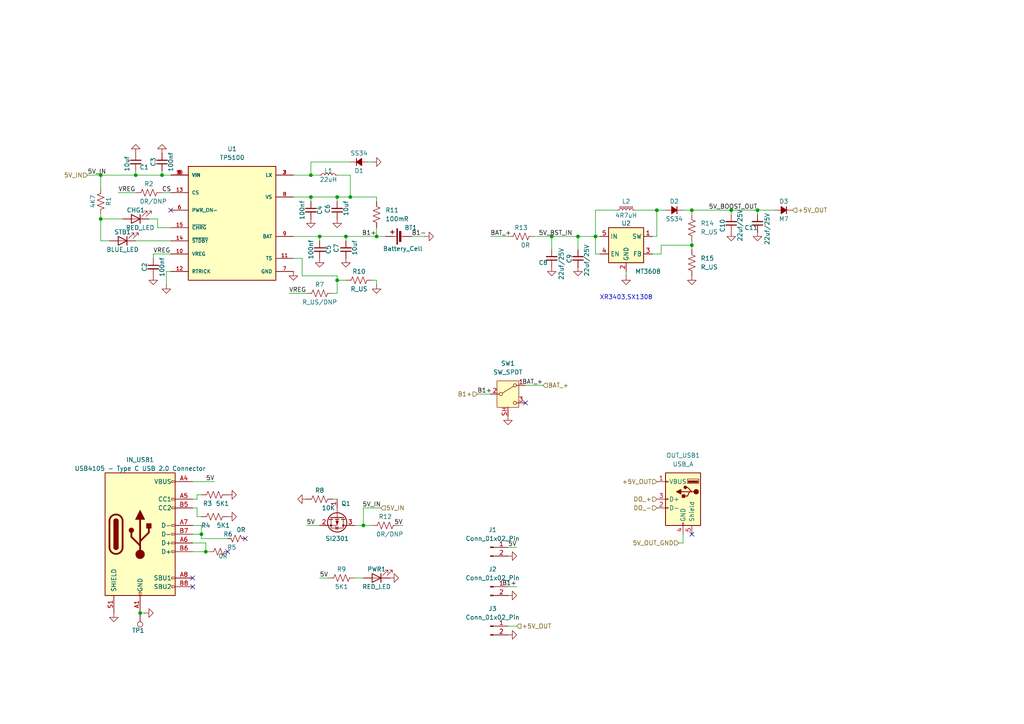
<source format=kicad_sch>
(kicad_sch (version 20250114) (generator "eeschema") (generator_version "9.0")
  (paper "A4")
  (lib_symbols
    (symbol "Battery_Holder:Battery_Cell" (pin_numbers (hide yes)) (pin_names (offset 0) (hide yes))
      (property "Reference" "BT" (at 2.54 2.54 0))
      (property "Value" "Battery_Cell" (at 2.54 0 0))
      (symbol "Battery_Cell_1_1"
        (pin passive line (at 0 5.08 270) (length 2.54) (name "+") (number "+"))
        (pin passive line (at 0 -2.54 90) (length 2.54) (name "-") (number "-"))
      )
    )
    (symbol "Connector:Conn_01x02_Pin" (pin_names (offset 1.016) (hide yes))
      (property "Reference" "J" (at 0 2.54 0))
      (property "Value" "Conn_01x02_Pin" (at 0 -5.08 0))
      (symbol "Conn_01x02_Pin_1_1"
        (pin passive line (at 5.08 0 180) (length 3.81) (name "Pin_1") (number "1"))
        (pin passive line (at 5.08 -2.54 180) (length 3.81) (name "Pin_2") (number "2"))
      )
    )
    (symbol "Connector:TestPoint" (pin_numbers (hide yes)) (pin_names (offset 0.762) (hide yes))
      (property "Reference" "TP" (at 0 6.858 0))
      (property "Value" "TestPoint" (at 0 5.08 0))
      (symbol "TestPoint_1_1"
        (pin passive line (at 0 0 90) (length 2.54) (name "1") (number "1"))
      )
    )
    (symbol "Connector:USB_A" (pin_names (offset 1.016))
      (property "Reference" "J" (at -5.08 11.43 0))
      (property "Value" "USB_A" (at -5.08 8.89 0))
      (symbol "USB_A_1_1"
        (pin passive line (at -2.54 -10.16 90) (length 2.54) (name "Shield") (number "5"))
        (pin power_in line (at 0 -10.16 90) (length 2.54) (name "GND") (number "4"))
        (pin power_in line (at 7.62 5.08 180) (length 2.54) (name "VBUS") (number "1"))
        (pin bidirectional line (at 7.62 0 180) (length 2.54) (name "D+") (number "3"))
        (pin bidirectional line (at 7.62 -2.54 180) (length 2.54) (name "D-") (number "2"))
      )
    )
    (symbol "Connector:USB_C_Receptacle_USB2.0_16P" (pin_names (offset 1.016))
      (property "Reference" "J" (at 0 22.225 0))
      (property "Value" "USB_C_Receptacle_USB2.0_16P" (at 0 19.685 0))
      (symbol "USB_C_Receptacle_USB2.0_16P_1_1"
        (pin passive line (at -7.62 -22.86 90) (length 5.08) (name "SHIELD") (number "S1"))
        (pin passive line (at 0 -22.86 90) (length 5.08) (name "GND") (number "A1"))
        (pin passive line (at 0 -22.86 90) (length 5.08) (hide yes) (name "GND") (number "A12"))
        (pin passive line (at 0 -22.86 90) (length 5.08) (hide yes) (name "GND") (number "B1"))
        (pin passive line (at 0 -22.86 90) (length 5.08) (hide yes) (name "GND") (number "B12"))
        (pin passive line (at 15.24 15.24 180) (length 5.08) (name "VBUS") (number "A4"))
        (pin passive line (at 15.24 15.24 180) (length 5.08) (hide yes) (name "VBUS") (number "A9"))
        (pin passive line (at 15.24 15.24 180) (length 5.08) (hide yes) (name "VBUS") (number "B4"))
        (pin passive line (at 15.24 15.24 180) (length 5.08) (hide yes) (name "VBUS") (number "B9"))
        (pin bidirectional line (at 15.24 10.16 180) (length 5.08) (name "CC1") (number "A5"))
        (pin bidirectional line (at 15.24 7.62 180) (length 5.08) (name "CC2") (number "B5"))
        (pin bidirectional line (at 15.24 2.54 180) (length 5.08) (name "D-") (number "A7"))
        (pin bidirectional line (at 15.24 0 180) (length 5.08) (name "D-") (number "B7"))
        (pin bidirectional line (at 15.24 -2.54 180) (length 5.08) (name "D+") (number "A6"))
        (pin bidirectional line (at 15.24 -5.08 180) (length 5.08) (name "D+") (number "B6"))
        (pin bidirectional line (at 15.24 -12.7 180) (length 5.08) (name "SBU1") (number "A8"))
        (pin bidirectional line (at 15.24 -15.24 180) (length 5.08) (name "SBU2") (number "B8"))
      )
    )
    (symbol "Device:C_Small" (pin_numbers (hide yes)) (pin_names (offset 0.254) (hide yes))
      (property "Reference" "C" (at 0.254 1.778 0))
      (property "Value" "C_Small" (at 0.254 -2.032 0))
      (symbol "C_Small_1_1"
        (pin passive line (at 0 2.54 270) (length 2.032) (name "~") (number "1"))
        (pin passive line (at 0 -2.54 90) (length 2.032) (name "~") (number "2"))
      )
    )
    (symbol "Device:D_Small_Filled" (pin_numbers (hide yes)) (pin_names (offset 0.254) (hide yes))
      (property "Reference" "D" (at -1.27 2.032 0))
      (property "Value" "D_Small_Filled" (at -3.81 -2.032 0))
      (symbol "D_Small_Filled_1_1"
        (pin passive line (at -2.54 0 0) (length 1.778) (name "K") (number "1"))
        (pin passive line (at 2.54 0 180) (length 1.778) (name "A") (number "2"))
      )
    )
    (symbol "Device:LED" (pin_numbers (hide yes)) (pin_names (offset 1.016) (hide yes))
      (property "Reference" "D" (at 0 2.54 0))
      (property "Value" "LED" (at 0 -2.54 0))
      (symbol "LED_1_1"
        (pin passive line (at -3.81 0 0) (length 2.54) (name "K") (number "1"))
        (pin passive line (at 3.81 0 180) (length 2.54) (name "A") (number "2"))
      )
    )
    (symbol "Device:L_Ferrite_Small" (pin_numbers (hide yes)) (pin_names (offset 0.254) (hide yes))
      (property "Reference" "L" (at 1.27 1.016 0))
      (property "Value" "L_Ferrite_Small" (at 1.27 -1.27 0))
      (symbol "L_Ferrite_Small_1_1"
        (pin passive line (at 0 2.54 270) (length 0.508) (name "~") (number "1"))
        (pin passive line (at 0 -2.54 90) (length 0.508) (name "~") (number "2"))
      )
    )
    (symbol "Device:L_Small" (pin_numbers (hide yes)) (pin_names (offset 0.254) (hide yes))
      (property "Reference" "L" (at 0.762 1.016 0))
      (property "Value" "L_Small" (at 0.762 -1.016 0))
      (symbol "L_Small_1_1"
        (pin passive line (at 0 2.54 270) (length 0.508) (name "~") (number "1"))
        (pin passive line (at 0 -2.54 90) (length 0.508) (name "~") (number "2"))
      )
    )
    (symbol "Device:R_US" (pin_numbers (hide yes)) (pin_names (offset 0))
      (property "Reference" "R" (at 2.54 0 90))
      (property "Value" "R_US" (at -2.54 0 90))
      (symbol "R_US_1_1"
        (pin passive line (at 0 3.81 270) (length 1.27) (name "~") (number "1"))
        (pin passive line (at 0 -3.81 90) (length 1.27) (name "~") (number "2"))
      )
    )
    (symbol "Mosfet:P-Channel_sot_23" (pin_names (hide yes))
      (property "Reference" "Q" (at 5.08 1.905 0))
      (property "Value" "P-Channel_sot_23" (at 5.08 0 0))
      (symbol "P-Channel_sot_23_1_1"
        (pin input line (at -5.08 0 0) (length 2.54) (name "G") (number "1"))
        (pin passive line (at 2.54 5.08 270) (length 2.54) (name "D") (number "3"))
        (pin passive line (at 2.54 -5.08 90) (length 2.54) (name "S") (number "2"))
      )
    )
    (symbol "RGB_5050:R_Small_US" (pin_numbers (hide yes)) (pin_names (offset 0.254) (hide yes))
      (property "Reference" "R" (at 0.762 0.508 0))
      (property "Value" "R_Small_US" (at 0.762 -1.016 0))
      (symbol "R_Small_US_1_1"
        (pin passive line (at 0 2.54 270) (length 1.016) (name "~") (number "1"))
        (pin passive line (at 0 -2.54 90) (length 1.016) (name "~") (number "2"))
      )
    )
    (symbol "RGB_5050:R_US" (pin_numbers (hide yes)) (pin_names (offset 0))
      (property "Reference" "R" (at 2.54 0 90))
      (property "Value" "R_US" (at -2.54 0 90))
      (symbol "R_US_1_1"
        (pin passive line (at 0 3.81 270) (length 1.27) (name "~") (number "1"))
        (pin passive line (at 0 -3.81 90) (length 1.27) (name "~") (number "2"))
      )
    )
    (symbol "Regulator_Switching:MT3608"
      (property "Reference" "U" (at -2.54 8.89 0))
      (property "Value" "MT3608" (at -3.81 6.35 0))
      (symbol "MT3608_1_1"
        (pin power_in line (at -7.62 2.54 0) (length 2.54) (name "IN") (number "5"))
        (pin input line (at -7.62 -2.54 0) (length 2.54) (name "EN") (number "4"))
        (pin power_in line (at 0 -7.62 90) (length 2.54) (name "GND") (number "2"))
        (pin no_connect line (at 5.08 0 180) (length 2.54) (hide yes) (name "NC") (number "6"))
        (pin passive line (at 7.62 2.54 180) (length 2.54) (name "SW") (number "1"))
        (pin input line (at 7.62 -2.54 180) (length 2.54) (name "FB") (number "3"))
      )
    )
    (symbol "Switch:SW_SPDT" (pin_names (offset 0) (hide yes))
      (property "Reference" "SW2" (at 0 8.89 0))
      (property "Value" "SW_SPDT" (at 0 6.35 0))
      (symbol "SW_SPDT_1_1"
        (pin passive line (at -5.08 0 0) (length 2.54) (name "B") (number "2"))
        (pin passive line (at 0 -6.35 90) (length 2.54) (name "SH") (number "SH"))
        (pin passive line (at 5.08 2.54 180) (length 2.54) (name "A") (number "1"))
        (pin passive line (at 5.08 -2.54 180) (length 2.54) (name "C") (number "3"))
      )
    )
    (symbol "TP5100:TP5100" (pin_names (offset 1.016))
      (property "Reference" "U" (at -12.7 15.748 0))
      (property "Value" "TP5100" (at -12.7 -20.32 0))
      (symbol "TP5100_0_0"
        (pin input line (at -17.78 12.7 0) (length 5.08) (name "VIN") (number "1"))
        (pin input line (at -17.78 12.7 0) (length 5.08) (name "VIN") (number "16"))
        (pin input line (at -17.78 12.7 0) (length 5.08) (name "VIN") (number "4"))
        (pin input line (at -17.78 12.7 0) (length 5.08) (name "VIN") (number "5"))
        (pin input line (at -17.78 7.62 0) (length 5.08) (name "CS") (number "13"))
        (pin input line (at -17.78 2.54 0) (length 5.08) (name "PWR_ON-") (number "6"))
        (pin output line (at -17.78 -2.54 0) (length 5.08) (name "~{CHRG}") (number "15"))
        (pin output line (at -17.78 -6.35 0) (length 5.08) (name "~{STDBY}") (number "14"))
        (pin passive line (at -17.78 -10.16 0) (length 5.08) (name "VREG") (number "10"))
        (pin passive line (at -17.78 -15.24 0) (length 5.08) (name "RTRICK") (number "12"))
        (pin output line (at 17.78 12.7 180) (length 5.08) (name "LX") (number "2"))
        (pin output line (at 17.78 12.7 180) (length 5.08) (name "LX") (number "3"))
        (pin output line (at 17.78 6.35 180) (length 5.08) (name "VS") (number "8"))
        (pin output line (at 17.78 -5.08 180) (length 5.08) (name "BAT") (number "9"))
        (pin passive line (at 17.78 -11.43 180) (length 5.08) (name "TS") (number "11"))
        (pin power_in line (at 17.78 -15.24 180) (length 5.08) (name "GND") (number "7"))
      )
      (symbol "TP5100_1_0"
        (pin passive line (at 17.78 -15.24 180) (length 5.08) (hide yes) (name "EXP") (number "17"))
      )
    )
    (symbol "power:GND" (power) (pin_numbers (hide yes)) (pin_names (offset 0) (hide yes))
      (property "Value" "GND" (at 0 -3.81 0))
      (symbol "GND_1_1"
        (pin power_in line (at 0 0 270) (length 0) (name "~") (number "1"))
      )
    )
  )
  (text "XR3403,SX1308" (at 181.61 86.36 0) (effects (font (size 1.27 1.27))))
  (junction (at 40.64 177.8))
  (junction (at 219.71 60.96))
  (junction (at 39.37 50.8))
  (junction (at 92.71 68.58))
  (junction (at 58.42 154.94))
  (junction (at 59.69 160.02))
  (junction (at 200.66 60.96))
  (junction (at 46.99 50.8))
  (junction (at 105.41 152.4))
  (junction (at 97.79 57.15))
  (junction (at 90.17 50.8))
  (junction (at 29.21 63.5))
  (junction (at 167.64 68.58))
  (junction (at 29.21 50.8))
  (junction (at 160.02 68.58))
  (junction (at 97.79 81.28))
  (junction (at 90.17 57.15))
  (junction (at 212.09 60.96))
  (junction (at 109.22 68.58))
  (junction (at 172.72 68.58))
  (junction (at 200.66 71.12))
  (junction (at 190.5 60.96))
  (junction (at 100.33 68.58))
  (junction (at 101.6 57.15))
  (no_connect (at 55.88 167.64))
  (no_connect (at 66.04 160.02))
  (no_connect (at 49.53 60.96))
  (no_connect (at 71.12 156.21))
  (no_connect (at 200.66 154.94))
  (no_connect (at 152.4 116.84))
  (no_connect (at 55.88 170.18))
  (wire (pts (xy 219.71 60.96) (xy 224.79 60.96)))
  (wire (pts (xy 101.6 50.8) (xy 97.79 50.8)))
  (wire (pts (xy 90.17 57.15) (xy 90.17 58.42)))
  (wire (pts (xy 149.86 170.18) (xy 147.32 170.18)))
  (wire (pts (xy 109.22 66.04) (xy 109.22 68.58)))
  (wire (pts (xy 46.99 55.88) (xy 49.53 55.88)))
  (wire (pts (xy 85.09 57.15) (xy 90.17 57.15)))
  (wire (pts (xy 97.79 57.15) (xy 97.79 58.42)))
  (wire (pts (xy 58.42 152.4) (xy 58.42 154.94)))
  (wire (pts (xy 191.77 71.12) (xy 200.66 71.12)))
  (wire (pts (xy 29.21 63.5) (xy 35.56 63.5)))
  (wire (pts (xy 83.82 85.09) (xy 88.9 85.09)))
  (wire (pts (xy 90.17 46.99) (xy 101.6 46.99)))
  (wire (pts (xy 39.37 49.53) (xy 39.37 50.8)))
  (wire (pts (xy 105.41 152.4) (xy 107.95 152.4)))
  (wire (pts (xy 200.66 71.12) (xy 200.66 72.39)))
  (wire (pts (xy 34.29 55.88) (xy 39.37 55.88)))
  (wire (pts (xy 100.33 68.58) (xy 109.22 68.58)))
  (wire (pts (xy 57.15 149.86) (xy 58.42 149.86)))
  (wire (pts (xy 109.22 82.55) (xy 109.22 81.28)))
  (wire (pts (xy 198.12 60.96) (xy 200.66 60.96)))
  (wire (pts (xy 90.17 50.8) (xy 92.71 50.8)))
  (wire (pts (xy 167.64 68.58) (xy 167.64 72.39)))
  (wire (pts (xy 55.88 139.7) (xy 62.23 139.7)))
  (wire (pts (xy 85.09 68.58) (xy 92.71 68.58)))
  (wire (pts (xy 87.63 80.01) (xy 97.79 80.01)))
  (wire (pts (xy 160.02 68.58) (xy 167.64 68.58)))
  (wire (pts (xy 90.17 46.99) (xy 90.17 50.8)))
  (wire (pts (xy 39.37 50.8) (xy 46.99 50.8)))
  (wire (pts (xy 105.41 152.4) (xy 102.87 152.4)))
  (wire (pts (xy 109.22 57.15) (xy 101.6 57.15)))
  (wire (pts (xy 219.71 60.96) (xy 219.71 62.23)))
  (wire (pts (xy 44.45 73.66) (xy 44.45 74.93)))
  (wire (pts (xy 57.15 147.32) (xy 57.15 149.86)))
  (wire (pts (xy 191.77 73.66) (xy 191.77 71.12)))
  (wire (pts (xy 105.41 167.64) (xy 102.87 167.64)))
  (wire (pts (xy 48.26 78.74) (xy 49.53 78.74)))
  (wire (pts (xy 212.09 60.96) (xy 212.09 62.23)))
  (wire (pts (xy 107.95 81.28) (xy 109.22 81.28)))
  (wire (pts (xy 149.86 158.75) (xy 147.32 158.75)))
  (wire (pts (xy 46.99 50.8) (xy 49.53 50.8)))
  (wire (pts (xy 85.09 50.8) (xy 90.17 50.8)))
  (wire (pts (xy 152.4 111.76) (xy 157.48 111.76)))
  (wire (pts (xy 200.66 62.23) (xy 200.66 60.96)))
  (wire (pts (xy 25.4 50.8) (xy 29.21 50.8)))
  (wire (pts (xy 55.88 152.4) (xy 58.42 152.4)))
  (wire (pts (xy 29.21 63.5) (xy 29.21 62.23)))
  (wire (pts (xy 29.21 69.85) (xy 29.21 63.5)))
  (wire (pts (xy 142.24 68.58) (xy 147.32 68.58)))
  (wire (pts (xy 58.42 154.94) (xy 58.42 156.21)))
  (wire (pts (xy 184.15 60.96) (xy 190.5 60.96)))
  (wire (pts (xy 198.12 154.94) (xy 198.12 157.48)))
  (wire (pts (xy 172.72 73.66) (xy 172.72 68.58)))
  (wire (pts (xy 123.19 68.58) (xy 119.38 68.58)))
  (wire (pts (xy 200.66 60.96) (xy 212.09 60.96)))
  (wire (pts (xy 105.41 147.32) (xy 105.41 152.4)))
  (wire (pts (xy 189.23 68.58) (xy 190.5 68.58)))
  (wire (pts (xy 138.43 114.3) (xy 142.24 114.3)))
  (wire (pts (xy 172.72 60.96) (xy 172.72 68.58)))
  (wire (pts (xy 92.71 167.64) (xy 95.25 167.64)))
  (wire (pts (xy 43.18 63.5) (xy 45.72 63.5)))
  (wire (pts (xy 172.72 68.58) (xy 173.99 68.58)))
  (wire (pts (xy 97.79 85.09) (xy 96.52 85.09)))
  (wire (pts (xy 190.5 60.96) (xy 193.04 60.96)))
  (wire (pts (xy 87.63 74.93) (xy 87.63 80.01)))
  (wire (pts (xy 189.23 73.66) (xy 191.77 73.66)))
  (wire (pts (xy 167.64 68.58) (xy 172.72 68.58)))
  (wire (pts (xy 57.15 144.78) (xy 57.15 143.51)))
  (wire (pts (xy 55.88 160.02) (xy 59.69 160.02)))
  (wire (pts (xy 39.37 69.85) (xy 49.53 69.85)))
  (wire (pts (xy 107.95 46.99) (xy 106.68 46.99)))
  (wire (pts (xy 109.22 58.42) (xy 109.22 57.15)))
  (wire (pts (xy 88.9 152.4) (xy 92.71 152.4)))
  (wire (pts (xy 29.21 50.8) (xy 39.37 50.8)))
  (wire (pts (xy 41.91 177.8) (xy 40.64 177.8)))
  (wire (pts (xy 57.15 143.51) (xy 58.42 143.51)))
  (wire (pts (xy 100.33 81.28) (xy 97.79 81.28)))
  (wire (pts (xy 160.02 68.58) (xy 160.02 72.39)))
  (wire (pts (xy 190.5 68.58) (xy 190.5 60.96)))
  (wire (pts (xy 85.09 74.93) (xy 87.63 74.93)))
  (wire (pts (xy 59.69 160.02) (xy 60.96 160.02)))
  (wire (pts (xy 96.52 144.78) (xy 97.79 144.78)))
  (wire (pts (xy 109.22 68.58) (xy 111.76 68.58)))
  (wire (pts (xy 212.09 60.96) (xy 219.71 60.96)))
  (wire (pts (xy 55.88 157.48) (xy 59.69 157.48)))
  (wire (pts (xy 198.12 157.48) (xy 196.85 157.48)))
  (wire (pts (xy 105.41 147.32) (xy 110.49 147.32)))
  (wire (pts (xy 97.79 57.15) (xy 101.6 57.15)))
  (wire (pts (xy 44.45 73.66) (xy 49.53 73.66)))
  (wire (pts (xy 46.99 49.53) (xy 46.99 50.8)))
  (wire (pts (xy 179.07 60.96) (xy 172.72 60.96)))
  (wire (pts (xy 97.79 81.28) (xy 97.79 85.09)))
  (wire (pts (xy 100.33 68.58) (xy 100.33 69.85)))
  (wire (pts (xy 55.88 154.94) (xy 58.42 154.94)))
  (wire (pts (xy 200.66 69.85) (xy 200.66 71.12)))
  (wire (pts (xy 92.71 68.58) (xy 100.33 68.58)))
  (wire (pts (xy 31.75 69.85) (xy 29.21 69.85)))
  (wire (pts (xy 90.17 57.15) (xy 97.79 57.15)))
  (wire (pts (xy 97.79 80.01) (xy 97.79 81.28)))
  (wire (pts (xy 55.88 147.32) (xy 57.15 147.32)))
  (wire (pts (xy 92.71 68.58) (xy 92.71 69.85)))
  (wire (pts (xy 58.42 156.21) (xy 66.04 156.21)))
  (wire (pts (xy 48.26 78.74) (xy 48.26 82.55)))
  (wire (pts (xy 173.99 73.66) (xy 172.72 73.66)))
  (wire (pts (xy 101.6 57.15) (xy 101.6 50.8)))
  (wire (pts (xy 181.61 78.74) (xy 181.61 80.01)))
  (wire (pts (xy 149.86 181.61) (xy 147.32 181.61)))
  (wire (pts (xy 45.72 63.5) (xy 45.72 66.04)))
  (wire (pts (xy 45.72 66.04) (xy 49.53 66.04)))
  (wire (pts (xy 154.94 68.58) (xy 160.02 68.58)))
  (wire (pts (xy 55.88 144.78) (xy 57.15 144.78)))
  (wire (pts (xy 29.21 50.8) (xy 29.21 54.61)))
  (wire (pts (xy 59.69 157.48) (xy 59.69 160.02)))
  (wire (pts (xy 116.84 152.4) (xy 115.57 152.4)))
  (label "B1+" (at 149.86 170.18 180))
  (label "5V" (at 92.71 167.64 0))
  (label "VREG" (at 34.29 55.88 0))
  (label "VREG" (at 44.45 73.66 0))
  (label "B1-" (at 119.38 68.58 0))
  (label "5V_IN" (at 25.4 50.8 0))
  (label "5V_IN" (at 110.49 147.32 180))
  (label "5V_BOOST_OUT" (at 219.71 60.96 180))
  (label "5V_BST_IN" (at 156.21 68.58 0))
  (label "5V" (at 62.23 139.7 180))
  (label "B1+" (at 109.22 68.58 180))
  (label "BAT_+" (at 157.48 111.76 180))
  (label "BAT_+" (at 142.24 68.58 0))
  (label "5V" (at 88.9 152.4 0))
  (label "CS" (at 46.99 55.88 0))
  (label "VREG" (at 83.82 85.09 0))
  (label "B1+" (at 138.43 114.3 0))
  (label "5V" (at 116.84 152.4 180))
  (label "5V" (at 149.86 158.75 180))
  (hierarchical_label "DO_-" (shape input) (at 190.5 147.32 180))
  (hierarchical_label "+5V_OUT" (shape input) (at 229.87 60.96 0))
  (hierarchical_label "5V_OUT_GND" (shape input) (at 196.85 157.48 180))
  (hierarchical_label "BAT_+" (shape input) (at 157.48 111.76 0))
  (hierarchical_label "+5V_OUT" (shape input) (at 190.5 139.7 180))
  (hierarchical_label "5V_IN" (shape input) (at 25.4 50.8 180))
  (hierarchical_label "DO_+" (shape input) (at 190.5 144.78 180))
  (hierarchical_label "5V_IN" (shape input) (at 110.49 147.32 0))
  (hierarchical_label "+5V_OUT" (shape input) (at 149.86 181.61 0))
  (hierarchical_label "B1+" (shape input) (at 138.43 114.3 180))
  (symbol (lib_id "Device:R_US") (at 92.71 85.09 90) (unit 1)
    (property "Reference" "R7" (at 92.71 82.55 90))
    (property "Value" "R_US/DNP" (at 92.71 87.63 90))
    (property "Footprint" "Resistor_SMD:R_0603_1608Metric" (effects (hide yes)))
    (property "Description" "Resistor, US symbol" (effects (hide yes)))
  )
  (symbol (lib_id "power:GND") (at 88.9 144.78 270) (unit 1)
    (property "Reference" "#PWR09" (effects (hide yes)))
    (property "Value" "GND" (effects (hide yes)))
    (property "Description" "Power symbol creates a global label with name \"GND\" , ground" (effects (hide yes)))
  )
  (symbol (lib_id "Connector:Conn_01x02_Pin") (at 142.24 158.75 0) (unit 1)
    (property "Reference" "J1" (at 142.875 153.67 0))
    (property "Value" "Conn_01x02_Pin" (at 142.875 156.21 0))
    (property "Footprint" "Connector_JST:JST_EH_B2B-EH-A_1x02_P2.50mm_Vertical" (effects (hide yes)))
    (property "Description" "Generic connector, single row, 01x02, script generated" (effects (hide yes)))
  )
  (symbol (lib_id "power:GND") (at 147.32 172.72 90) (unit 1)
    (property "Reference" "#PWR052" (effects (hide yes)))
    (property "Value" "GND" (effects (hide yes)))
    (property "Description" "Power symbol creates a global label with name \"GND\" , ground" (effects (hide yes)))
  )
  (symbol (lib_id "Connector:Conn_01x02_Pin") (at 142.24 170.18 0) (unit 1)
    (property "Reference" "J2" (at 142.875 165.1 0))
    (property "Value" "Conn_01x02_Pin" (at 142.875 167.64 0))
    (property "Footprint" "Connector_JST:JST_EH_B2B-EH-A_1x02_P2.50mm_Vertical" (effects (hide yes)))
    (property "Description" "Generic connector, single row, 01x02, script generated" (effects (hide yes)))
  )
  (symbol (lib_id "Mosfet:P-Channel_sot_23") (at 97.79 149.86 270) (unit 1)
    (property "Reference" "Q1" (at 100.33 146.05 90))
    (property "Value" "SI2301" (at 97.79 156.21 90))
    (property "Footprint" "Package_TO_SOT_SMD:SOT-23" (effects (hide yes)))
    (property "Description" "-4.0A Id, -30V Vds, P-Channel MOSFET, SOT-23" (effects (hide yes)))
    (property "Manufacturer_Part_Number" "SI2301" (effects (hide yes)))
    (property "Manufacturer_Name" "Vishay Siliconix" (effects (hide yes)))
  )
  (symbol (lib_id "Device:C_Small") (at 97.79 60.96 0) (mirror x) (unit 1)
    (property "Reference" "C6" (at 94.996 59.182 90) (effects (justify left)))
    (property "Value" "10uf" (at 100.33 58.166 90) (effects (justify left)))
    (property "Footprint" "Capacitor_SMD:C_0805_2012Metric" (effects (hide yes)))
    (property "Description" "Unpolarized capacitor, small symbol" (effects (hide yes)))
    (property "Manufacturer_Name" "SAMSUNG ELECTRO-MECHANICS" (effects (hide yes)))
    (property "Manufacturer_Part_Number" " CL21A106KAYNNNG" (effects (hide yes)))
    (property "LCSC_Part" "C15850" (effects (hide yes)))
    (property "Manufacturer_Name_2" "Samsung Electro-Mechanics" (effects (hide yes)))
    (property "Manufacturer_Part_Number_2" "CL21A106KAYNNNE" (effects (hide yes)))
  )
  (symbol (lib_id "Device:C_Small") (at 160.02 74.93 0) (mirror x) (unit 1)
    (property "Reference" "C8" (at 156.21 76.2 0) (effects (justify left)))
    (property "Value" "22uf/25V" (at 162.814 71.882 90) (effects (justify left)))
    (property "Footprint" "Capacitor_SMD:C_1206_3216Metric" (effects (hide yes)))
    (property "Description" "Unpolarized capacitor, small symbol" (effects (hide yes)))
    (property "Manufacturer_Part_Number" "CL31A226KAHNNNE" (effects (hide yes)))
    (property "Manufacturer_Name" "SAMSUNG ELECTRO-MECHANICS" (effects (hide yes)))
    (property "LCSC_Part" "C12891" (effects (hide yes)))
    (property "Manufacturer_Name_2" "Samsung Electro-Mechanics" (effects (hide yes)))
    (property "Manufacturer_Part_Number_2" "CL31A226KAHNNNE" (effects (hide yes)))
  )
  (symbol (lib_id "Device:C_Small") (at 212.09 64.77 0) (mirror x) (unit 1)
    (property "Reference" "C10" (at 209.55 63.5 90) (effects (justify left)))
    (property "Value" "22uf/25V" (at 214.63 60.706 90) (effects (justify left)))
    (property "Footprint" "Capacitor_SMD:C_1206_3216Metric" (effects (hide yes)))
    (property "Description" "Unpolarized capacitor, small symbol" (effects (hide yes)))
    (property "Manufacturer_Part_Number" "CL31A226KAHNNNE" (effects (hide yes)))
    (property "Manufacturer_Name" "SAMSUNG ELECTRO-MECHANICS" (effects (hide yes)))
    (property "LCSC_Part" "C12891" (effects (hide yes)))
    (property "Manufacturer_Name_2" "Samsung Electro-Mechanics" (effects (hide yes)))
    (property "Manufacturer_Part_Number_2" "CL31A226KAHNNNE" (effects (hide yes)))
  )
  (symbol (lib_id "RGB_5050:R_Small_US") (at 63.5 160.02 90) (unit 1)
    (property "Reference" "R5" (at 68.58 158.75 90) (effects (justify left)))
    (property "Value" "0R" (at 66.04 161.29 90) (effects (justify left)))
    (property "Footprint" "Resistor_SMD:R_0603_1608Metric" (effects (hide yes)))
    (property "Description" "Resistor, small US symbol" (effects (hide yes)))
  )
  (symbol (lib_id "Device:R_US") (at 62.23 143.51 90) (unit 1)
    (property "Reference" "R3" (at 60.198 146.05 90))
    (property "Value" "5K1" (at 64.516 146.05 90))
    (property "Footprint" "Resistor_SMD:R_0603_1608Metric" (effects (hide yes)))
    (property "Description" "Resistor, US symbol" (effects (hide yes)))
    (property "Manufacturer_Name" "MULTICOMP PRO" (effects (hide yes)))
    (property "Manufacturer_Part_Number" "MCWR06X5101FTL" (effects (hide yes)))
    (property "LCSC_Part" "C23186" (effects (hide yes)))
    (property "Manufacturer_Name_2" "UNI-ROYAL(Uniroyal Elec)" (effects (hide yes)))
    (property "Manufacturer_Part_Number_2" "0603WAF5101T5E" (effects (hide yes)))
  )
  (symbol (lib_id "Device:D_Small_Filled") (at 227.33 60.96 180) (unit 1)
    (property "Reference" "D3" (at 227.33 58.42 0))
    (property "Value" "M7" (at 227.33 63.5 0))
    (property "Footprint" "Diode_SMD:D_SMA" (effects (hide yes)))
    (property "Description" "Diode, small symbol, filled shape" (effects (hide yes)))
    (property "Sim.Device" "D" (effects (hide yes)))
    (property "Sim.Pins" "1=K 2=A" (effects (hide yes)))
  )
  (symbol (lib_id "power:GND") (at 92.71 74.93 0) (unit 1)
    (property "Reference" "#PWR011" (effects (hide yes)))
    (property "Value" "GND" (effects (hide yes)))
    (property "Description" "Power symbol creates a global label with name \"GND\" , ground" (effects (hide yes)))
  )
  (symbol (lib_id "power:GND") (at 107.95 46.99 90) (unit 1)
    (property "Reference" "#PWR014" (effects (hide yes)))
    (property "Value" "GND" (effects (hide yes)))
    (property "Description" "Power symbol creates a global label with name \"GND\" , ground" (effects (hide yes)))
  )
  (symbol (lib_id "power:GND") (at 97.79 63.5 0) (unit 1)
    (property "Reference" "#PWR012" (effects (hide yes)))
    (property "Value" "GND" (effects (hide yes)))
    (property "Description" "Power symbol creates a global label with name \"GND\" , ground" (effects (hide yes)))
  )
  (symbol (lib_id "Device:C_Small") (at 100.33 72.39 0) (mirror x) (unit 1)
    (property "Reference" "C7" (at 97.536 70.612 90) (effects (justify left)))
    (property "Value" "10uf" (at 102.87 69.596 90) (effects (justify left)))
    (property "Footprint" "Capacitor_SMD:C_0805_2012Metric" (effects (hide yes)))
    (property "Description" "Unpolarized capacitor, small symbol" (effects (hide yes)))
    (property "Manufacturer_Name" "SAMSUNG ELECTRO-MECHANICS" (effects (hide yes)))
    (property "Manufacturer_Part_Number" " CL21A106KAYNNNG" (effects (hide yes)))
    (property "LCSC_Part" "C15850" (effects (hide yes)))
    (property "Manufacturer_Name_2" "Samsung Electro-Mechanics" (effects (hide yes)))
    (property "Manufacturer_Part_Number_2" "CL21A106KAYNNNE" (effects (hide yes)))
  )
  (symbol (lib_id "RGB_5050:R_US") (at 109.22 62.23 0) (unit 1)
    (property "Reference" "R11" (at 111.76 60.9599 0) (effects (justify left)))
    (property "Value" "100mR" (at 111.76 63.4999 0) (effects (justify left)))
    (property "Footprint" "Resistor_SMD:R_1206_3216Metric" (effects (hide yes)))
    (property "Description" "Resistor, US symbol" (effects (hide yes)))
  )
  (symbol (lib_id "power:GND") (at 219.71 67.31 0) (mirror y) (unit 1)
    (property "Reference" "#PWR025" (effects (hide yes)))
    (property "Value" "GND" (effects (hide yes)))
    (property "Description" "Power symbol creates a global label with name \"GND\" , ground" (effects (hide yes)))
  )
  (symbol (lib_id "Device:L_Small") (at 95.25 50.8 90) (unit 1)
    (property "Reference" "L1" (at 95.25 49.53 90))
    (property "Value" "22uH" (at 95.25 52.07 90))
    (property "Footprint" "Inductor:L_APV_APH0650_6045" (effects (hide yes)))
    (property "Description" "Inductor, small symbol" (effects (hide yes)))
  )
  (symbol (lib_id "Regulator_Switching:MT3608") (at 181.61 71.12 0) (unit 1)
    (property "Reference" "U2" (at 181.61 64.77 0))
    (property "Value" "MT3608" (at 187.96 78.74 0))
    (property "Footprint" "Package_TO_SOT_SMD:SOT-23-6" (effects (hide yes)))
    (property "Datasheet" "https://www.olimex.com/Products/Breadboarding/BB-PWR-3608/resources/MT3608.pdf" (effects (hide yes)))
    (property "Description" "High Efficiency 1.2MHz 2A Step Up Converter, 2-24V Vin, 28V Vout, 4A current limit, 1.2MHz, SOT23-6" (effects (hide yes)))
  )
  (symbol (lib_id "Device:LED") (at 39.37 63.5 180) (unit 1)
    (property "Reference" "CHG1" (at 39.37 60.96 0))
    (property "Value" "RED_LED" (at 40.64 66.04 0))
    (property "Footprint" "LED_SMD:LED_0805_2012Metric" (effects (hide yes)))
    (property "Description" "Light emitting diode" (effects (hide yes)))
    (property "Sim.Pins" "1=K 2=A" (effects (hide yes)))
    (property "Manufacturer_Name" "MULTICOMP PRO" (effects (hide yes)))
    (property "Manufacturer_Part_Number" "MP006842" (effects (hide yes)))
    (property "LCSC_Part" "C965812" (effects (hide yes)))
    (property "Manufacturer_Name_2" "XINGLIGHT" (effects (hide yes)))
    (property "Manufacturer_Part_Number_2" "XL-2012SURC" (effects (hide yes)))
  )
  (symbol (lib_id "power:GND") (at 100.33 74.93 0) (unit 1)
    (property "Reference" "#PWR013" (effects (hide yes)))
    (property "Value" "GND" (effects (hide yes)))
    (property "Description" "Power symbol creates a global label with name \"GND\" , ground" (effects (hide yes)))
  )
  (symbol (lib_id "Device:R_US") (at 99.06 167.64 90) (unit 1)
    (property "Reference" "R9" (at 99.06 165.1 90))
    (property "Value" "5K1" (at 99.06 170.18 90))
    (property "Footprint" "Resistor_SMD:R_0603_1608Metric" (effects (hide yes)))
    (property "Description" "Resistor, US symbol" (effects (hide yes)))
    (property "Manufacturer_Name" "MULTICOMP PRO" (effects (hide yes)))
    (property "Manufacturer_Part_Number" "MCWR06X5101FTL" (effects (hide yes)))
    (property "LCSC_Part" "C23186" (effects (hide yes)))
    (property "Manufacturer_Name_2" "UNI-ROYAL(Uniroyal Elec)" (effects (hide yes)))
    (property "Manufacturer_Part_Number_2" "0603WAF5101T5E" (effects (hide yes)))
  )
  (symbol (lib_id "Device:R_US") (at 62.23 149.86 90) (unit 1)
    (property "Reference" "R4" (at 59.69 152.4 90))
    (property "Value" "5K1" (at 64.77 152.4 90))
    (property "Footprint" "Resistor_SMD:R_0603_1608Metric" (effects (hide yes)))
    (property "Description" "Resistor, US symbol" (effects (hide yes)))
    (property "Manufacturer_Name" "MULTICOMP PRO" (effects (hide yes)))
    (property "Manufacturer_Part_Number" "MCWR06X5101FTL" (effects (hide yes)))
    (property "LCSC_Part" "C23186" (effects (hide yes)))
    (property "Manufacturer_Name_2" "UNI-ROYAL(Uniroyal Elec)" (effects (hide yes)))
    (property "Manufacturer_Part_Number_2" "0603WAF5101T5E" (effects (hide yes)))
  )
  (symbol (lib_id "Device:C_Small") (at 44.45 77.47 0) (mirror y) (unit 1)
    (property "Reference" "C2" (at 41.91 77.47 90))
    (property "Value" "100nf" (at 46.99 77.47 90))
    (property "Footprint" "Capacitor_SMD:C_0603_1608Metric" (effects (hide yes)))
    (property "Description" "Unpolarized capacitor, small symbol" (effects (hide yes)))
    (property "Manufacturer_Part_Number" "MC0603B104K250CT" (effects (hide yes)))
    (property "Manufacturer_Name" "MULTICOMP PRO" (effects (hide yes)))
    (property "LCSC_Part" "C14663" (effects (hide yes)))
    (property "Manufacturer_Name_2" "YAGEO" (effects (hide yes)))
    (property "Manufacturer_Part_Number_2" "CC0603KRX7R9BB104" (effects (hide yes)))
  )
  (symbol (lib_id "power:GND") (at 147.32 120.65 0) (unit 1)
    (property "Reference" "#PWR018" (effects (hide yes)))
    (property "Value" "GND" (effects (hide yes)))
    (property "Description" "Power symbol creates a global label with name \"GND\" , ground" (effects (hide yes)))
  )
  (symbol (lib_id "power:GND") (at 66.04 149.86 90) (unit 1)
    (property "Reference" "#PWR07" (effects (hide yes)))
    (property "Value" "GND" (effects (hide yes)))
    (property "Description" "Power symbol creates a global label with name \"GND\" , ground" (effects (hide yes)))
  )
  (symbol (lib_id "Device:R_US") (at 111.76 152.4 90) (unit 1)
    (property "Reference" "R12" (at 111.76 149.86 90))
    (property "Value" "0R/DNP" (at 113.03 154.94 90))
    (property "Footprint" "Resistor_SMD:R_0603_1608Metric" (effects (hide yes)))
    (property "Description" "Resistor, US symbol" (effects (hide yes)))
    (property "Manufacturer_Name" "MULTICOMP PRO" (effects (hide yes)))
    (property "Manufacturer_Part_Number" "MCWR06X000 PTL" (effects (hide yes)))
    (property "LCSC_Part" "C21189" (effects (hide yes)))
    (property "Manufacturer_Name_2" "UNI-ROYAL(Uniroyal Elec)" (effects (hide yes)))
    (property "Manufacturer_Part_Number_2" "0603WAF0000T5E" (effects (hide yes)))
  )
  (symbol (lib_id "power:GND") (at 90.17 63.5 0) (unit 1)
    (property "Reference" "#PWR010" (effects (hide yes)))
    (property "Value" "GND" (effects (hide yes)))
    (property "Description" "Power symbol creates a global label with name \"GND\" , ground" (effects (hide yes)))
  )
  (symbol (lib_id "TP5100:TP5100") (at 67.31 63.5 0) (unit 1)
    (property "Reference" "U1" (at 67.31 43.18 0))
    (property "Value" "TP5100" (at 67.31 45.72 0))
    (property "Footprint" "Toppwr:QFN65P400X400X90-17N" (effects (hide yes)))
  )
  (symbol (lib_id "Device:R_US") (at 29.21 58.42 0) (mirror x) (unit 1)
    (property "Reference" "R1" (at 31.496 58.42 90))
    (property "Value" "4K7" (at 26.924 58.42 90))
    (property "Footprint" "Resistor_SMD:R_0603_1608Metric" (effects (hide yes)))
    (property "Description" "Resistor, US symbol" (effects (hide yes)))
    (property "Manufacturer_Name" "MULTICOMP PRO" (effects (hide yes)))
    (property "Manufacturer_Part_Number" "MCWR06X4701FTL" (effects (hide yes)))
    (property "Manufacturer_Name_2" "UNI-ROYAL(Uniroyal Elec)" (effects (hide yes)))
    (property "Manufacturer_Part_Number_2" "0603WAF4701T5E" (effects (hide yes)))
    (property "LCSC_Part" "C23162" (effects (hide yes)))
  )
  (symbol (lib_id "Device:LED") (at 109.22 167.64 180) (unit 1)
    (property "Reference" "PWR1" (at 109.22 165.1 0))
    (property "Value" "RED_LED" (at 109.22 170.18 0))
    (property "Footprint" "LED_SMD:LED_0805_2012Metric" (effects (hide yes)))
    (property "Description" "Light emitting diode" (effects (hide yes)))
    (property "Sim.Pins" "1=K 2=A" (effects (hide yes)))
    (property "Manufacturer_Name" "MULTICOMP PRO" (effects (hide yes)))
    (property "Manufacturer_Part_Number" "MP006842" (effects (hide yes)))
    (property "LCSC_Part" "C965812" (effects (hide yes)))
    (property "Manufacturer_Name_2" "XINGLIGHT" (effects (hide yes)))
    (property "Manufacturer_Part_Number_2" "XL-2012SURC" (effects (hide yes)))
  )
  (symbol (lib_id "Device:C_Small") (at 46.99 46.99 180) (unit 1)
    (property "Reference" "C3" (at 44.45 46.99 90))
    (property "Value" "100nf" (at 49.53 46.99 90))
    (property "Footprint" "Capacitor_SMD:C_0603_1608Metric" (effects (hide yes)))
    (property "Description" "Unpolarized capacitor, small symbol" (effects (hide yes)))
    (property "Manufacturer_Part_Number" "MC0603B104K250CT" (effects (hide yes)))
    (property "Manufacturer_Name" "MULTICOMP PRO" (effects (hide yes)))
    (property "LCSC_Part" "C14663" (effects (hide yes)))
    (property "Manufacturer_Name_2" "YAGEO" (effects (hide yes)))
    (property "Manufacturer_Part_Number_2" "CC0603KRX7R9BB104" (effects (hide yes)))
  )
  (symbol (lib_id "Battery_Holder:Battery_Cell") (at 116.84 68.58 90) (unit 1)
    (property "Reference" "BT1" (at 119.126 66.04 90))
    (property "Value" "Battery_Cell" (at 116.84 72.136 90))
    (property "Footprint" "BatteryHolder:BatteryHolder_Keystone_1042_1x18650" (effects (hide yes)))
    (property "Description" "Single-cell battery" (effects (hide yes)))
  )
  (symbol (lib_id "Device:C_Small") (at 219.71 64.77 0) (mirror x) (unit 1)
    (property "Reference" "C11" (at 215.9 66.04 0) (effects (justify left)))
    (property "Value" "22uf/25V" (at 222.504 61.722 90) (effects (justify left)))
    (property "Footprint" "Capacitor_SMD:C_1206_3216Metric" (effects (hide yes)))
    (property "Description" "Unpolarized capacitor, small symbol" (effects (hide yes)))
    (property "Manufacturer_Part_Number" "CL31A226KAHNNNE" (effects (hide yes)))
    (property "Manufacturer_Name" "SAMSUNG ELECTRO-MECHANICS" (effects (hide yes)))
    (property "LCSC_Part" "C12891" (effects (hide yes)))
    (property "Manufacturer_Name_2" "Samsung Electro-Mechanics" (effects (hide yes)))
    (property "Manufacturer_Part_Number_2" "CL31A226KAHNNNE" (effects (hide yes)))
  )
  (symbol (lib_id "power:GND") (at 167.64 77.47 0) (unit 1)
    (property "Reference" "#PWR020" (effects (hide yes)))
    (property "Value" "GND" (effects (hide yes)))
    (property "Description" "Power symbol creates a global label with name \"GND\" , ground" (effects (hide yes)))
  )
  (symbol (lib_id "RGB_5050:R_Small_US") (at 68.58 156.21 270) (mirror x) (unit 1)
    (property "Reference" "R6" (at 64.77 154.94 90) (effects (justify left)))
    (property "Value" "0R" (at 68.58 153.67 90) (effects (justify left)))
    (property "Footprint" "Resistor_SMD:R_0603_1608Metric" (effects (hide yes)))
    (property "Description" "Resistor, small US symbol" (effects (hide yes)))
  )
  (symbol (lib_id "power:GND") (at 147.32 161.29 90) (unit 1)
    (property "Reference" "#PWR026" (effects (hide yes)))
    (property "Value" "GND" (effects (hide yes)))
    (property "Description" "Power symbol creates a global label with name \"GND\" , ground" (effects (hide yes)))
  )
  (symbol (lib_id "Switch:SW_SPDT") (at 147.32 114.3 0) (unit 1)
    (property "Reference" "SW1" (at 147.32 105.41 0))
    (property "Value" "SW_SPDT" (at 147.32 107.95 0))
    (property "Footprint" "Switch:MSK-12C02" (effects (hide yes)))
    (property "Description" "Switch, single pole double throw" (effects (hide yes)))
  )
  (symbol (lib_id "power:GND") (at 109.22 82.55 0) (unit 1)
    (property "Reference" "#PWR015" (effects (hide yes)))
    (property "Value" "GND" (effects (hide yes)))
    (property "Description" "Power symbol creates a global label with name \"GND\" , ground" (effects (hide yes)))
  )
  (symbol (lib_id "power:GND") (at 113.03 167.64 90) (unit 1)
    (property "Reference" "#PWR016" (effects (hide yes)))
    (property "Value" "GND" (effects (hide yes)))
    (property "Description" "Power symbol creates a global label with name \"GND\" , ground" (effects (hide yes)))
  )
  (symbol (lib_id "Device:R_US") (at 92.71 144.78 90) (unit 1)
    (property "Reference" "R8" (at 92.71 142.24 90))
    (property "Value" "10K" (at 95.25 147.32 90))
    (property "Footprint" "Resistor_SMD:R_0603_1608Metric" (effects (hide yes)))
    (property "Description" "Resistor, US symbol" (effects (hide yes)))
    (property "Manufacturer_Name" "MULTICOMP PRO" (effects (hide yes)))
    (property "Manufacturer_Part_Number" "MCWR06X1002FTL" (effects (hide yes)))
    (property "LCSC_Part" "C25804" (effects (hide yes)))
    (property "Manufacturer_Name_2" "UNI-ROYAL(Uniroyal Elec)" (effects (hide yes)))
    (property "Manufacturer_Part_Number_2" "0603WAF1002T5E" (effects (hide yes)))
  )
  (symbol (lib_id "power:GND") (at 46.99 44.45 180) (unit 1)
    (property "Reference" "#PWR04" (effects (hide yes)))
    (property "Value" "GND" (effects (hide yes)))
    (property "Description" "Power symbol creates a global label with name \"GND\" , ground" (effects (hide yes)))
  )
  (symbol (lib_id "Connector:USB_A") (at 198.12 144.78 0) (mirror y) (unit 1)
    (property "Reference" "OUT_USB1" (at 198.12 132.08 0))
    (property "Value" "USB_A" (at 198.12 134.62 0))
    (property "Footprint" "USB:USB_A_Type Female PCB R_A SMD" (effects (hide yes)))
    (property "Description" "USB Type A connector" (effects (hide yes)))
  )
  (symbol (lib_id "power:GND") (at 200.66 80.01 0) (unit 1)
    (property "Reference" "#PWR023" (effects (hide yes)))
    (property "Value" "GND" (effects (hide yes)))
    (property "Description" "Power symbol creates a global label with name \"GND\" , ground" (effects (hide yes)))
  )
  (symbol (lib_id "power:GND") (at 147.32 184.15 90) (unit 1)
    (property "Reference" "#PWR053" (effects (hide yes)))
    (property "Value" "GND" (effects (hide yes)))
    (property "Description" "Power symbol creates a global label with name \"GND\" , ground" (effects (hide yes)))
  )
  (symbol (lib_id "power:GND") (at 181.61 80.01 0) (unit 1)
    (property "Reference" "#PWR021" (effects (hide yes)))
    (property "Value" "GND" (effects (hide yes)))
    (property "Description" "Power symbol creates a global label with name \"GND\" , ground" (effects (hide yes)))
  )
  (symbol (lib_id "power:GND") (at 212.09 67.31 0) (unit 1)
    (property "Reference" "#PWR024" (effects (hide yes)))
    (property "Value" "GND" (effects (hide yes)))
    (property "Description" "Power symbol creates a global label with name \"GND\" , ground" (effects (hide yes)))
  )
  (symbol (lib_id "Device:C_Small") (at 39.37 46.99 0) (mirror y) (unit 1)
    (property "Reference" "C1" (at 43.18 48.514 0) (effects (justify left)))
    (property "Value" "10uf" (at 36.83 49.784 90) (effects (justify left)))
    (property "Footprint" "Capacitor_SMD:C_0805_2012Metric" (effects (hide yes)))
    (property "Description" "Unpolarized capacitor, small symbol" (effects (hide yes)))
    (property "Manufacturer_Name" "SAMSUNG ELECTRO-MECHANICS" (effects (hide yes)))
    (property "Manufacturer_Part_Number" " CL21A106KAYNNNG" (effects (hide yes)))
    (property "LCSC_Part" "C15850" (effects (hide yes)))
    (property "Manufacturer_Name_2" "Samsung Electro-Mechanics" (effects (hide yes)))
    (property "Manufacturer_Part_Number_2" "CL21A106KAYNNNE" (effects (hide yes)))
  )
  (symbol (lib_id "power:GND") (at 123.19 68.58 90) (unit 1)
    (property "Reference" "#PWR017" (effects (hide yes)))
    (property "Value" "GND" (effects (hide yes)))
    (property "Description" "Power symbol creates a global label with name \"GND\" , ground" (effects (hide yes)))
  )
  (symbol (lib_id "Device:D_Small_Filled") (at 104.14 46.99 0) (unit 1)
    (property "Reference" "D1" (at 104.14 49.53 0))
    (property "Value" "SS34" (at 104.14 44.45 0))
    (property "Footprint" "Diode_SMD:D_SMA" (effects (hide yes)))
    (property "Description" "Diode, small symbol, filled shape" (effects (hide yes)))
    (property "Sim.Device" "D" (effects (hide yes)))
    (property "Sim.Pins" "1=K 2=A" (effects (hide yes)))
  )
  (symbol (lib_id "Device:R_US") (at 200.66 76.2 0) (unit 1)
    (property "Reference" "R15" (at 203.2 74.9299 0) (effects (justify left)))
    (property "Value" "R_US" (at 203.2 77.4699 0) (effects (justify left)))
    (property "Footprint" "Resistor_SMD:R_0603_1608Metric" (effects (hide yes)))
    (property "Description" "Resistor, US symbol" (effects (hide yes)))
  )
  (symbol (lib_id "Device:C_Small") (at 167.64 74.93 0) (mirror x) (unit 1)
    (property "Reference" "C9" (at 165.1 73.66 90) (effects (justify left)))
    (property "Value" "22uf/25V" (at 170.18 70.866 90) (effects (justify left)))
    (property "Footprint" "Capacitor_SMD:C_1206_3216Metric" (effects (hide yes)))
    (property "Description" "Unpolarized capacitor, small symbol" (effects (hide yes)))
    (property "Manufacturer_Part_Number" "CL31A226KAHNNNE" (effects (hide yes)))
    (property "Manufacturer_Name" "SAMSUNG ELECTRO-MECHANICS" (effects (hide yes)))
    (property "LCSC_Part" "C12891" (effects (hide yes)))
    (property "Manufacturer_Name_2" "Samsung Electro-Mechanics" (effects (hide yes)))
    (property "Manufacturer_Part_Number_2" "CL31A226KAHNNNE" (effects (hide yes)))
  )
  (symbol (lib_id "power:GND") (at 39.37 44.45 180) (unit 1)
    (property "Reference" "#PWR01" (effects (hide yes)))
    (property "Value" "GND" (effects (hide yes)))
    (property "Description" "Power symbol creates a global label with name \"GND\" , ground" (effects (hide yes)))
  )
  (symbol (lib_id "Device:C_Small") (at 92.71 72.39 0) (unit 1)
    (property "Reference" "C5" (at 95.25 72.39 90))
    (property "Value" "100nf" (at 90.17 72.39 90))
    (property "Footprint" "Capacitor_SMD:C_0603_1608Metric" (effects (hide yes)))
    (property "Description" "Unpolarized capacitor, small symbol" (effects (hide yes)))
    (property "Manufacturer_Part_Number" "MC0603B104K250CT" (effects (hide yes)))
    (property "Manufacturer_Name" "MULTICOMP PRO" (effects (hide yes)))
    (property "LCSC_Part" "C14663" (effects (hide yes)))
    (property "Manufacturer_Name_2" "YAGEO" (effects (hide yes)))
    (property "Manufacturer_Part_Number_2" "CC0603KRX7R9BB104" (effects (hide yes)))
  )
  (symbol (lib_id "power:GND") (at 41.91 177.8 90) (unit 1)
    (property "Reference" "#PWR02" (effects (hide yes)))
    (property "Value" "GND" (effects (hide yes)))
    (property "Description" "Power symbol creates a global label with name \"GND\" , ground" (effects (hide yes)))
  )
  (symbol (lib_id "Device:D_Small_Filled") (at 195.58 60.96 180) (unit 1)
    (property "Reference" "D2" (at 195.58 58.42 0))
    (property "Value" "SS34" (at 195.58 63.5 0))
    (property "Footprint" "Diode_SMD:D_SMA" (effects (hide yes)))
    (property "Description" "Diode, small symbol, filled shape" (effects (hide yes)))
    (property "Sim.Device" "D" (effects (hide yes)))
    (property "Sim.Pins" "1=K 2=A" (effects (hide yes)))
  )
  (symbol (lib_id "power:GND") (at 33.02 177.8 0) (unit 1)
    (property "Reference" "#PWR054" (effects (hide yes)))
    (property "Value" "GND" (effects (hide yes)))
    (property "Description" "Power symbol creates a global label with name \"GND\" , ground" (effects (hide yes)))
  )
  (symbol (lib_id "power:GND") (at 66.04 143.51 90) (unit 1)
    (property "Reference" "#PWR06" (effects (hide yes)))
    (property "Value" "GND" (effects (hide yes)))
    (property "Description" "Power symbol creates a global label with name \"GND\" , ground" (effects (hide yes)))
  )
  (symbol (lib_id "Device:R_US") (at 151.13 68.58 90) (unit 1)
    (property "Reference" "R13" (at 151.13 66.04 90))
    (property "Value" "0R" (at 152.4 71.12 90))
    (property "Footprint" "Resistor_SMD:R_0603_1608Metric" (effects (hide yes)))
    (property "Description" "Resistor, US symbol" (effects (hide yes)))
    (property "Manufacturer_Name" "MULTICOMP PRO" (effects (hide yes)))
    (property "Manufacturer_Part_Number" "MCWR06X000 PTL" (effects (hide yes)))
  )
  (symbol (lib_id "Device:R_US") (at 200.66 66.04 0) (unit 1)
    (property "Reference" "R14" (at 203.2 64.7699 0) (effects (justify left)))
    (property "Value" "R_US" (at 203.2 67.3099 0) (effects (justify left)))
    (property "Footprint" "Resistor_SMD:R_0603_1608Metric" (effects (hide yes)))
    (property "Description" "Resistor, US symbol" (effects (hide yes)))
  )
  (symbol (lib_id "Connector:Conn_01x02_Pin") (at 142.24 181.61 0) (unit 1)
    (property "Reference" "J3" (at 142.875 176.53 0))
    (property "Value" "Conn_01x02_Pin" (at 142.875 179.07 0))
    (property "Footprint" "Connector_JST:JST_EH_B2B-EH-A_1x02_P2.50mm_Vertical" (effects (hide yes)))
    (property "Description" "Generic connector, single row, 01x02, script generated" (effects (hide yes)))
  )
  (symbol (lib_id "power:GND") (at 160.02 77.47 0) (mirror y) (unit 1)
    (property "Reference" "#PWR019" (effects (hide yes)))
    (property "Value" "GND" (effects (hide yes)))
    (property "Description" "Power symbol creates a global label with name \"GND\" , ground" (effects (hide yes)))
  )
  (symbol (lib_id "Device:R_US") (at 104.14 81.28 90) (unit 1)
    (property "Reference" "R10" (at 104.14 78.74 90))
    (property "Value" "R_US" (at 104.14 83.82 90))
    (property "Footprint" "Resistor_SMD:R_0603_1608Metric" (effects (hide yes)))
    (property "Description" "Resistor, US symbol" (effects (hide yes)))
  )
  (symbol (lib_id "Connector:USB_C_Receptacle_USB2.0_16P") (at 40.64 154.94 0) (unit 1)
    (property "Reference" "IN_USB1" (at 40.64 133.35 0))
    (property "Value" "USB4105 - Type C USB 2.0 Connector" (at 40.64 135.89 0))
    (property "Footprint" "USB:USB_C_Receptacle_Palconn_UTC16-G" (effects (hide yes)))
    (property "Datasheet" "https://www.usb.org/sites/default/files/documents/usb_type-c.zip" (effects (hide yes)))
    (property "Description" "USB 2.0-only 16P Type-C Receptacle connector" (effects (hide yes)))
    (property "Manufacturer_Name" "GCT" (effects (hide yes)))
    (property "Manufacturer_Part_Number" "USB4105-15-A-120" (effects (hide yes)))
    (property "LCSC_Part" "C2988369" (effects (hide yes)))
    (property "Manufacturer_Name_2" "G-Switch" (effects (hide yes)))
    (property "Manufacturer_Part_Number_2" "GT-USB-7010ASV" (effects (hide yes)))
  )
  (symbol (lib_id "Connector:TestPoint") (at 40.64 177.8 180) (unit 1)
    (property "Reference" "TP1" (at 41.91 182.88 0) (effects (justify left)))
    (property "Value" "TestPoint" (effects (hide yes)))
    (property "Footprint" "TestPoint:TestPoint_Pad_D1.0mm" (effects (hide yes)))
    (property "Description" "test point" (effects (hide yes)))
  )
  (symbol (lib_id "Device:LED") (at 35.56 69.85 180) (unit 1)
    (property "Reference" "STB1" (at 35.56 67.31 0))
    (property "Value" "BLUE_LED" (at 35.56 72.39 0))
    (property "Footprint" "LED_SMD:LED_0805_2012Metric" (effects (hide yes)))
    (property "Description" "Light emitting diode" (effects (hide yes)))
    (property "Sim.Pins" "1=K 2=A" (effects (hide yes)))
    (property "Manufacturer_Name" "MULTICOMP PRO" (effects (hide yes)))
    (property "Manufacturer_Name_2" "XINGLIGHT" (effects (hide yes)))
    (property "Manufacturer_Part_Number" "MP000442" (effects (hide yes)))
    (property "Manufacturer_Part_Number_2" "XL-2012UBC" (effects (hide yes)))
    (property "LCSC_Part" "C965817" (effects (hide yes)))
  )
  (symbol (lib_id "Device:C_Small") (at 90.17 60.96 0) (unit 1)
    (property "Reference" "C4" (at 92.71 60.96 90))
    (property "Value" "100nf" (at 87.63 60.96 90))
    (property "Footprint" "Capacitor_SMD:C_0603_1608Metric" (effects (hide yes)))
    (property "Description" "Unpolarized capacitor, small symbol" (effects (hide yes)))
    (property "Manufacturer_Part_Number" "MC0603B104K250CT" (effects (hide yes)))
    (property "Manufacturer_Name" "MULTICOMP PRO" (effects (hide yes)))
    (property "LCSC_Part" "C14663" (effects (hide yes)))
    (property "Manufacturer_Name_2" "YAGEO" (effects (hide yes)))
    (property "Manufacturer_Part_Number_2" "CC0603KRX7R9BB104" (effects (hide yes)))
  )
  (symbol (lib_id "power:GND") (at 44.45 80.01 0) (unit 1)
    (property "Reference" "#PWR03" (effects (hide yes)))
    (property "Value" "GND" (effects (hide yes)))
    (property "Description" "Power symbol creates a global label with name \"GND\" , ground" (effects (hide yes)))
  )
  (symbol (lib_id "power:GND") (at 85.09 78.74 0) (unit 1)
    (property "Reference" "#PWR08" (effects (hide yes)))
    (property "Value" "GND" (effects (hide yes)))
    (property "Description" "Power symbol creates a global label with name \"GND\" , ground" (effects (hide yes)))
  )
  (symbol (lib_id "Device:L_Ferrite_Small") (at 181.61 60.96 90) (unit 1)
    (property "Reference" "L2" (at 181.61 58.42 90))
    (property "Value" "4R7uH" (at 181.61 62.484 90))
    (property "Footprint" "Inductor:L_APV_APH0650_6045" (effects (hide yes)))
    (property "Description" "Inductor with ferrite core, small symbol" (effects (hide yes)))
    (property "Manufacturer_Part_Number" "ASPI-0630LR-4R7M" (effects (hide yes)))
    (property "Manufacturer_Name" "Abracon LLC" (effects (hide yes)))
    (property "Manufacturer_Part_Number_1" "SWPA6045S4R7MT" (effects (hide yes)))
    (property "Manufacturer_Name_1" "Shenzhen Sunlord" (effects (hide yes)))
    (property "Manufacturer_Part_Number_2" "CYA0630-4.7UH" (effects (hide yes)))
    (property "Manufacturer_Name_2" "  SHOU HAN " (effects (hide yes)))
    (property "LCSC_Part" "C5189748" (effects (hide yes)))
  )
  (symbol (lib_id "power:GND") (at 48.26 82.55 0) (unit 1)
    (property "Reference" "#PWR05" (effects (hide yes)))
    (property "Value" "GND" (effects (hide yes)))
    (property "Description" "Power symbol creates a global label with name \"GND\" , ground" (effects (hide yes)))
  )
  (symbol (lib_id "Device:R_US") (at 43.18 55.88 90) (unit 1)
    (property "Reference" "R2" (at 43.18 53.34 90))
    (property "Value" "0R/DNP" (at 44.45 58.42 90))
    (property "Footprint" "Resistor_SMD:R_0603_1608Metric" (effects (hide yes)))
    (property "Description" "Resistor, US symbol" (effects (hide yes)))
    (property "Manufacturer_Name" "MULTICOMP PRO" (effects (hide yes)))
    (property "Manufacturer_Part_Number" "MCWR06X000 PTL" (effects (hide yes)))
    (property "LCSC_Part" "C21189" (effects (hide yes)))
    (property "Manufacturer_Name_2" "UNI-ROYAL(Uniroyal Elec)" (effects (hide yes)))
    (property "Manufacturer_Part_Number_2" "0603WAF0000T5E" (effects (hide yes)))
  )
)
</source>
